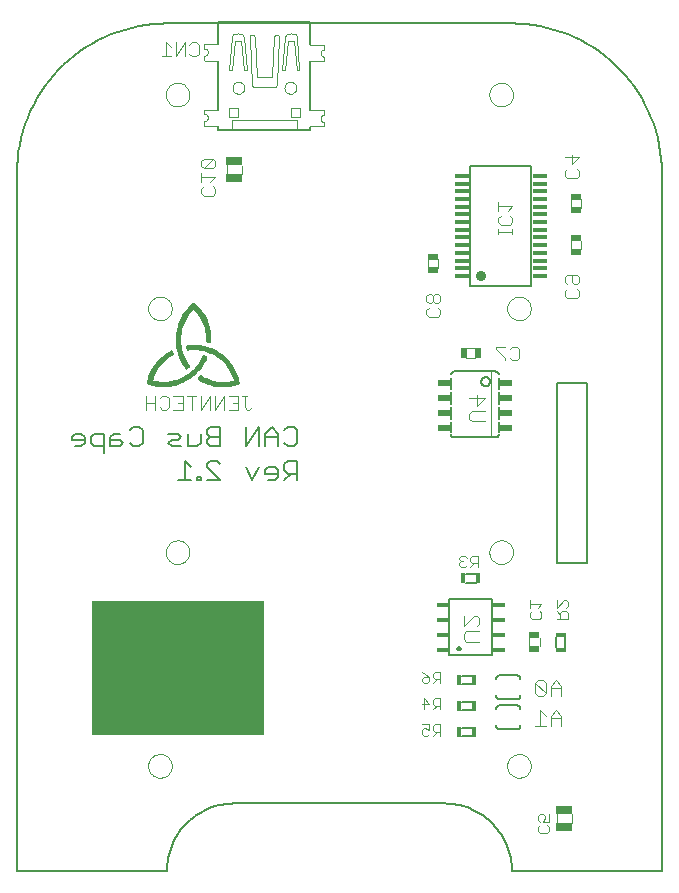
<source format=gbo>
G75*
G70*
%OFA0B0*%
%FSLAX24Y24*%
%IPPOS*%
%LPD*%
%AMOC8*
5,1,8,0,0,1.08239X$1,22.5*
%
%ADD10C,0.0060*%
%ADD11C,0.0040*%
%ADD12C,0.0030*%
%ADD13R,0.5750X0.4500*%
%ADD14C,0.0080*%
%ADD15R,0.0400X0.0140*%
%ADD16R,0.0340X0.0160*%
%ADD17R,0.0160X0.0340*%
%ADD18R,0.0374X0.0197*%
%ADD19R,0.0571X0.0295*%
%ADD20C,0.0020*%
%ADD21C,0.0000*%
%ADD22R,0.0197X0.0374*%
%ADD23R,0.0450X0.0200*%
%ADD24C,0.0050*%
%ADD25C,0.0348*%
%ADD26R,0.0510X0.0140*%
D10*
X007498Y029655D02*
X007925Y029655D01*
X007711Y029655D02*
X007711Y030296D01*
X007925Y030082D01*
X008140Y029762D02*
X008140Y029655D01*
X008247Y029655D01*
X008247Y029762D01*
X008140Y029762D01*
X008465Y029655D02*
X008892Y029655D01*
X008465Y030082D01*
X008465Y030189D01*
X008572Y030296D01*
X008785Y030296D01*
X008892Y030189D01*
X008892Y030780D02*
X008572Y030780D01*
X008465Y030887D01*
X008465Y030994D01*
X008572Y031100D01*
X008892Y031100D01*
X008892Y030780D02*
X008892Y031421D01*
X008572Y031421D01*
X008465Y031314D01*
X008465Y031207D01*
X008572Y031100D01*
X008247Y031207D02*
X008247Y030887D01*
X008140Y030780D01*
X007820Y030780D01*
X007820Y031207D01*
X007603Y031100D02*
X007496Y031207D01*
X007176Y031207D01*
X007282Y030994D02*
X007496Y030994D01*
X007603Y031100D01*
X007603Y030780D02*
X007282Y030780D01*
X007176Y030887D01*
X007282Y030994D01*
X006314Y030887D02*
X006207Y030780D01*
X005993Y030780D01*
X005887Y030887D01*
X005669Y030887D02*
X005562Y030994D01*
X005242Y030994D01*
X005242Y031100D02*
X005242Y030780D01*
X005562Y030780D01*
X005669Y030887D01*
X005562Y031207D02*
X005349Y031207D01*
X005242Y031100D01*
X005025Y031207D02*
X005025Y030566D01*
X005025Y030780D02*
X004704Y030780D01*
X004597Y030887D01*
X004597Y031100D01*
X004704Y031207D01*
X005025Y031207D01*
X004380Y031100D02*
X004273Y031207D01*
X004060Y031207D01*
X003953Y031100D01*
X003953Y030994D01*
X004380Y030994D01*
X004380Y031100D02*
X004380Y030887D01*
X004273Y030780D01*
X004060Y030780D01*
X005887Y031314D02*
X005993Y031421D01*
X006207Y031421D01*
X006314Y031314D01*
X006314Y030887D01*
X009754Y030780D02*
X009754Y031421D01*
X010181Y031421D02*
X009754Y030780D01*
X010181Y030780D02*
X010181Y031421D01*
X010398Y031207D02*
X010398Y030780D01*
X010398Y031100D02*
X010825Y031100D01*
X010825Y031207D02*
X010825Y030780D01*
X011043Y030887D02*
X011150Y030780D01*
X011363Y030780D01*
X011470Y030887D01*
X011470Y031314D01*
X011363Y031421D01*
X011150Y031421D01*
X011043Y031314D01*
X010825Y031207D02*
X010612Y031421D01*
X010398Y031207D01*
X010505Y030082D02*
X010398Y029975D01*
X010398Y029869D01*
X010825Y029869D01*
X010825Y029975D02*
X010719Y030082D01*
X010505Y030082D01*
X010825Y029975D02*
X010825Y029762D01*
X010719Y029655D01*
X010505Y029655D01*
X010181Y030082D02*
X009967Y029655D01*
X009754Y030082D01*
X011043Y029975D02*
X011150Y029869D01*
X011470Y029869D01*
X011256Y029869D02*
X011043Y029655D01*
X011043Y029975D02*
X011043Y030189D01*
X011150Y030296D01*
X011470Y030296D01*
X011470Y029655D01*
X016588Y031256D02*
X016588Y031606D01*
X016588Y031706D02*
X016588Y032106D01*
X016588Y032206D02*
X016588Y032606D01*
X016588Y032706D02*
X016588Y033056D01*
X016588Y033175D02*
X016590Y033192D01*
X016594Y033209D01*
X016601Y033225D01*
X016611Y033239D01*
X016624Y033252D01*
X016638Y033262D01*
X016654Y033269D01*
X016671Y033273D01*
X016688Y033275D01*
X017939Y033275D01*
X018088Y033275D01*
X018105Y033273D01*
X018122Y033269D01*
X018138Y033262D01*
X018152Y033252D01*
X018165Y033239D01*
X018175Y033225D01*
X018182Y033209D01*
X018186Y033192D01*
X018188Y033175D01*
X018188Y033056D02*
X018188Y032706D01*
X018188Y032606D02*
X018188Y032206D01*
X018188Y032106D02*
X018188Y031706D01*
X018188Y031606D02*
X018188Y031256D01*
X018188Y031178D02*
X018186Y031161D01*
X018182Y031144D01*
X018175Y031128D01*
X018165Y031114D01*
X018152Y031101D01*
X018138Y031091D01*
X018122Y031084D01*
X018105Y031080D01*
X018088Y031078D01*
X017939Y031078D01*
X016688Y031078D01*
X016671Y031080D01*
X016654Y031084D01*
X016638Y031091D01*
X016624Y031101D01*
X016611Y031114D01*
X016601Y031128D01*
X016594Y031144D01*
X016590Y031161D01*
X016588Y031178D01*
X017598Y032935D02*
X017600Y032959D01*
X017606Y032983D01*
X017615Y033005D01*
X017628Y033025D01*
X017644Y033043D01*
X017663Y033058D01*
X017684Y033071D01*
X017706Y033079D01*
X017730Y033084D01*
X017754Y033085D01*
X017778Y033082D01*
X017801Y033075D01*
X017823Y033065D01*
X017843Y033051D01*
X017860Y033034D01*
X017875Y033015D01*
X017886Y032994D01*
X017894Y032971D01*
X017898Y032947D01*
X017898Y032923D01*
X017894Y032899D01*
X017886Y032876D01*
X017875Y032855D01*
X017860Y032836D01*
X017843Y032819D01*
X017823Y032805D01*
X017801Y032795D01*
X017778Y032788D01*
X017754Y032785D01*
X017730Y032786D01*
X017706Y032791D01*
X017684Y032799D01*
X017663Y032812D01*
X017644Y032827D01*
X017628Y032845D01*
X017615Y032865D01*
X017606Y032887D01*
X017600Y032911D01*
X017598Y032935D01*
X017420Y026515D02*
X017080Y026515D01*
X017080Y026235D02*
X017420Y026235D01*
X017960Y025680D02*
X017960Y023820D01*
X016540Y023820D01*
X016540Y025680D01*
X017960Y025680D01*
X017295Y023140D02*
X016955Y023140D01*
X016955Y022860D02*
X017295Y022860D01*
X017295Y022265D02*
X016955Y022265D01*
X016955Y021985D02*
X017295Y021985D01*
X017295Y021390D02*
X016955Y021390D01*
X016955Y021110D02*
X017295Y021110D01*
X020110Y024080D02*
X020110Y024420D01*
X020390Y024420D02*
X020390Y024080D01*
D11*
X019545Y024110D02*
X019545Y024390D01*
X019210Y024390D02*
X019210Y024110D01*
X019485Y022980D02*
X019399Y022894D01*
X019746Y022547D01*
X019659Y022460D01*
X019485Y022460D01*
X019399Y022547D01*
X019399Y022894D01*
X019485Y022980D02*
X019659Y022980D01*
X019746Y022894D01*
X019746Y022547D01*
X019914Y022460D02*
X019914Y022807D01*
X020088Y022980D01*
X020261Y022807D01*
X020261Y022460D01*
X020261Y022720D02*
X019914Y022720D01*
X020088Y021980D02*
X019914Y021807D01*
X019914Y021460D01*
X019746Y021460D02*
X019399Y021460D01*
X019572Y021460D02*
X019572Y021980D01*
X019746Y021807D01*
X019914Y021720D02*
X020261Y021720D01*
X020261Y021807D02*
X020088Y021980D01*
X020261Y021807D02*
X020261Y021460D01*
X020115Y018525D02*
X020115Y018225D01*
X020635Y018225D02*
X020635Y018515D01*
X017540Y024270D02*
X017107Y024270D01*
X017020Y024357D01*
X017020Y024530D01*
X017107Y024617D01*
X017540Y024617D01*
X017454Y024786D02*
X017540Y024872D01*
X017540Y025046D01*
X017454Y025133D01*
X017367Y025133D01*
X017020Y024786D01*
X017020Y025133D01*
X017297Y031614D02*
X017210Y031700D01*
X017210Y031874D01*
X017297Y031961D01*
X017730Y031961D01*
X017470Y032129D02*
X017470Y032476D01*
X017210Y032390D02*
X017730Y032390D01*
X017470Y032129D01*
X017297Y031614D02*
X017730Y031614D01*
X017390Y033710D02*
X017110Y033710D01*
X017110Y034045D02*
X017390Y034045D01*
X018088Y034029D02*
X018395Y033722D01*
X018395Y033645D01*
X018548Y033722D02*
X018625Y033645D01*
X018778Y033645D01*
X018855Y033722D01*
X018855Y034029D01*
X018778Y034105D01*
X018625Y034105D01*
X018548Y034029D01*
X018395Y034105D02*
X018088Y034105D01*
X018088Y034029D01*
X016230Y035176D02*
X016154Y035099D01*
X015847Y035099D01*
X015770Y035176D01*
X015770Y035329D01*
X015847Y035406D01*
X015847Y035560D02*
X015923Y035560D01*
X016000Y035636D01*
X016000Y035790D01*
X015923Y035867D01*
X015847Y035867D01*
X015770Y035790D01*
X015770Y035636D01*
X015847Y035560D01*
X016000Y035636D02*
X016077Y035560D01*
X016154Y035560D01*
X016230Y035636D01*
X016230Y035790D01*
X016154Y035867D01*
X016077Y035867D01*
X016000Y035790D01*
X016154Y035406D02*
X016230Y035329D01*
X016230Y035176D01*
X016165Y036735D02*
X016165Y037015D01*
X015830Y037015D02*
X015830Y036735D01*
X018176Y037860D02*
X018176Y038013D01*
X018176Y037936D02*
X018636Y037936D01*
X018636Y037860D02*
X018636Y038013D01*
X018560Y038167D02*
X018253Y038167D01*
X018176Y038243D01*
X018176Y038397D01*
X018253Y038473D01*
X018176Y038627D02*
X018176Y038934D01*
X018176Y038780D02*
X018636Y038780D01*
X018483Y038627D01*
X018560Y038473D02*
X018636Y038397D01*
X018636Y038243D01*
X018560Y038167D01*
X020395Y039801D02*
X020395Y039954D01*
X020472Y040031D01*
X020625Y040185D02*
X020625Y040492D01*
X020395Y040415D02*
X020855Y040415D01*
X020625Y040185D01*
X020779Y040031D02*
X020855Y039954D01*
X020855Y039801D01*
X020779Y039724D01*
X020472Y039724D01*
X020395Y039801D01*
X020580Y039015D02*
X020580Y038735D01*
X020915Y038735D02*
X020915Y039015D01*
X020915Y037640D02*
X020915Y037360D01*
X020580Y037360D02*
X020580Y037640D01*
X020625Y036492D02*
X020625Y036261D01*
X020702Y036185D01*
X020779Y036185D01*
X020855Y036261D01*
X020855Y036415D01*
X020779Y036492D01*
X020472Y036492D01*
X020395Y036415D01*
X020395Y036261D01*
X020472Y036185D01*
X020472Y036031D02*
X020395Y035954D01*
X020395Y035801D01*
X020472Y035724D01*
X020779Y035724D01*
X020855Y035801D01*
X020855Y035954D01*
X020779Y036031D01*
X012363Y041452D02*
X012363Y041590D01*
X012343Y041592D01*
X012323Y041597D01*
X012304Y041606D01*
X012287Y041618D01*
X012273Y041632D01*
X012261Y041649D01*
X012252Y041668D01*
X012247Y041688D01*
X012245Y041708D01*
X012247Y041728D01*
X012252Y041748D01*
X012261Y041767D01*
X012273Y041784D01*
X012287Y041798D01*
X012304Y041810D01*
X012323Y041819D01*
X012343Y041824D01*
X012363Y041826D01*
X012363Y041983D01*
X012355Y041991D02*
X011903Y041991D01*
X011556Y042042D02*
X011556Y041747D01*
X011261Y041747D01*
X011261Y042042D01*
X011556Y042042D01*
X011458Y041649D02*
X011458Y041353D01*
X011458Y041649D02*
X009292Y041649D01*
X009292Y041353D01*
X009194Y041747D02*
X009489Y041747D01*
X009489Y042042D01*
X009194Y042042D01*
X009194Y041747D01*
X008836Y041999D02*
X008383Y041999D01*
X008375Y041995D02*
X008375Y041857D01*
X008395Y041855D01*
X008415Y041850D01*
X008434Y041841D01*
X008451Y041829D01*
X008465Y041815D01*
X008477Y041798D01*
X008486Y041779D01*
X008491Y041759D01*
X008493Y041739D01*
X008491Y041719D01*
X008486Y041699D01*
X008477Y041680D01*
X008465Y041663D01*
X008451Y041649D01*
X008434Y041637D01*
X008415Y041628D01*
X008395Y041623D01*
X008375Y041621D01*
X008375Y041464D01*
X008383Y041456D02*
X008836Y041456D01*
X008654Y040367D02*
X008347Y040367D01*
X008270Y040290D01*
X008270Y040136D01*
X008347Y040060D01*
X008654Y040367D01*
X008730Y040290D01*
X008730Y040136D01*
X008654Y040060D01*
X008347Y040060D01*
X008270Y039906D02*
X008270Y039599D01*
X008270Y039753D02*
X008730Y039753D01*
X008577Y039599D01*
X008654Y039446D02*
X008730Y039369D01*
X008730Y039216D01*
X008654Y039139D01*
X008347Y039139D01*
X008270Y039216D01*
X008270Y039369D01*
X008347Y039446D01*
X009115Y039850D02*
X009115Y040150D01*
X009635Y040140D02*
X009635Y039850D01*
X010048Y042748D02*
X010702Y042748D01*
X010702Y042747D02*
X010720Y042750D01*
X010737Y042757D01*
X010752Y042766D01*
X010765Y042779D01*
X010774Y042794D01*
X010781Y042811D01*
X010784Y042829D01*
X010865Y044424D01*
X010866Y044424D02*
X010864Y044440D01*
X010860Y044455D01*
X010852Y044470D01*
X010842Y044482D01*
X010830Y044492D01*
X010815Y044500D01*
X010800Y044504D01*
X010784Y044506D01*
X010768Y044504D01*
X010753Y044500D01*
X010738Y044492D01*
X010726Y044482D01*
X010716Y044470D01*
X010708Y044455D01*
X010704Y044440D01*
X010702Y044424D01*
X010620Y043075D01*
X010130Y043075D01*
X010048Y044424D01*
X010046Y044440D01*
X010042Y044455D01*
X010034Y044470D01*
X010024Y044482D01*
X010012Y044492D01*
X009997Y044500D01*
X009982Y044504D01*
X009966Y044506D01*
X009950Y044504D01*
X009935Y044500D01*
X009920Y044492D01*
X009908Y044482D01*
X009898Y044470D01*
X009890Y044455D01*
X009886Y044440D01*
X009884Y044424D01*
X009966Y042829D01*
X009969Y042811D01*
X009976Y042794D01*
X009985Y042779D01*
X009998Y042766D01*
X010013Y042757D01*
X010030Y042750D01*
X010048Y042747D01*
X009782Y043340D02*
X009701Y043340D01*
X009598Y044281D01*
X009394Y044281D01*
X009292Y043340D01*
X009210Y043340D01*
X009292Y044424D01*
X009291Y044424D02*
X009295Y044443D01*
X009301Y044462D01*
X009311Y044479D01*
X009323Y044495D01*
X009338Y044508D01*
X009355Y044519D01*
X009373Y044526D01*
X009598Y044526D02*
X009616Y044519D01*
X009633Y044508D01*
X009648Y044495D01*
X009660Y044479D01*
X009670Y044462D01*
X009676Y044443D01*
X009680Y044424D01*
X009782Y043340D01*
X009598Y044525D02*
X009561Y044534D01*
X009524Y044540D01*
X009486Y044542D01*
X009448Y044540D01*
X009411Y044534D01*
X009374Y044525D01*
X008836Y044180D02*
X008383Y044180D01*
X008375Y044176D02*
X008375Y044038D01*
X008395Y044036D01*
X008415Y044031D01*
X008434Y044022D01*
X008451Y044010D01*
X008465Y043996D01*
X008477Y043979D01*
X008486Y043960D01*
X008491Y043940D01*
X008493Y043920D01*
X008491Y043900D01*
X008486Y043880D01*
X008477Y043861D01*
X008465Y043844D01*
X008451Y043830D01*
X008434Y043818D01*
X008415Y043809D01*
X008395Y043804D01*
X008375Y043802D01*
X008375Y043645D01*
X008383Y043637D02*
X008836Y043637D01*
X008183Y043865D02*
X008106Y043789D01*
X007953Y043789D01*
X007876Y043865D01*
X007723Y043789D02*
X007723Y044249D01*
X007416Y043789D01*
X007416Y044249D01*
X007262Y044096D02*
X007109Y044249D01*
X007109Y043789D01*
X007262Y043789D02*
X006955Y043789D01*
X007876Y044172D02*
X007953Y044249D01*
X008106Y044249D01*
X008183Y044172D01*
X008183Y043865D01*
X010968Y043340D02*
X011049Y043340D01*
X011152Y044281D01*
X011356Y044281D01*
X011458Y043340D01*
X011540Y043340D01*
X011458Y044424D01*
X011454Y044443D01*
X011448Y044462D01*
X011438Y044479D01*
X011426Y044495D01*
X011411Y044508D01*
X011394Y044519D01*
X011376Y044526D01*
X011152Y044526D02*
X011134Y044519D01*
X011117Y044508D01*
X011102Y044495D01*
X011090Y044479D01*
X011080Y044462D01*
X011074Y044443D01*
X011070Y044424D01*
X010968Y043340D01*
X011152Y044525D02*
X011189Y044534D01*
X011226Y044540D01*
X011264Y044542D01*
X011302Y044540D01*
X011339Y044534D01*
X011376Y044525D01*
X011903Y044172D02*
X012355Y044172D01*
X012363Y044164D02*
X012363Y044007D01*
X012343Y044005D01*
X012323Y044000D01*
X012304Y043991D01*
X012287Y043979D01*
X012273Y043965D01*
X012261Y043948D01*
X012252Y043929D01*
X012247Y043909D01*
X012245Y043889D01*
X012247Y043869D01*
X012252Y043849D01*
X012261Y043830D01*
X012273Y043813D01*
X012287Y043799D01*
X012304Y043787D01*
X012323Y043778D01*
X012343Y043773D01*
X012363Y043771D01*
X012363Y043633D01*
X012355Y043629D02*
X011903Y043629D01*
X011903Y041448D02*
X012355Y041448D01*
X009794Y032458D02*
X009640Y032458D01*
X009717Y032458D02*
X009717Y032075D01*
X009794Y031998D01*
X009870Y031998D01*
X009947Y032075D01*
X009487Y031998D02*
X009487Y032458D01*
X009180Y032458D01*
X009026Y032458D02*
X008719Y031998D01*
X008719Y032458D01*
X008566Y032458D02*
X008259Y031998D01*
X008259Y032458D01*
X008106Y032458D02*
X007799Y032458D01*
X007952Y032458D02*
X007952Y031998D01*
X007645Y031998D02*
X007645Y032458D01*
X007338Y032458D01*
X007185Y032382D02*
X007185Y032075D01*
X007108Y031998D01*
X006955Y031998D01*
X006878Y032075D01*
X006724Y031998D02*
X006724Y032458D01*
X006878Y032382D02*
X006955Y032458D01*
X007108Y032458D01*
X007185Y032382D01*
X007492Y032228D02*
X007645Y032228D01*
X007645Y031998D02*
X007338Y031998D01*
X006724Y032228D02*
X006417Y032228D01*
X006417Y032458D02*
X006417Y031998D01*
X008566Y031998D02*
X008566Y032458D01*
X009026Y032458D02*
X009026Y031998D01*
X009180Y031998D02*
X009487Y031998D01*
X009487Y032228D02*
X009333Y032228D01*
D12*
X015620Y023260D02*
X015743Y023199D01*
X015867Y023075D01*
X015682Y023075D01*
X015620Y023013D01*
X015620Y022952D01*
X015682Y022890D01*
X015805Y022890D01*
X015867Y022952D01*
X015867Y023075D01*
X015988Y023075D02*
X016050Y023013D01*
X016235Y023013D01*
X016235Y022890D02*
X016235Y023260D01*
X016050Y023260D01*
X015988Y023199D01*
X015988Y023075D01*
X016112Y023013D02*
X015988Y022890D01*
X016050Y022385D02*
X015988Y022324D01*
X015988Y022200D01*
X016050Y022138D01*
X016235Y022138D01*
X016235Y022015D02*
X016235Y022385D01*
X016050Y022385D01*
X016112Y022138D02*
X015988Y022015D01*
X015867Y022200D02*
X015620Y022200D01*
X015682Y022015D02*
X015682Y022385D01*
X015867Y022200D01*
X015867Y021510D02*
X015620Y021510D01*
X015682Y021387D02*
X015620Y021325D01*
X015620Y021202D01*
X015682Y021140D01*
X015805Y021140D01*
X015867Y021202D01*
X015867Y021325D02*
X015743Y021387D01*
X015682Y021387D01*
X015867Y021325D02*
X015867Y021510D01*
X015988Y021449D02*
X015988Y021325D01*
X016050Y021263D01*
X016235Y021263D01*
X016235Y021140D02*
X016235Y021510D01*
X016050Y021510D01*
X015988Y021449D01*
X016112Y021263D02*
X015988Y021140D01*
X016932Y026765D02*
X017055Y026765D01*
X017117Y026827D01*
X017238Y026765D02*
X017362Y026888D01*
X017300Y026888D02*
X017485Y026888D01*
X017485Y026765D02*
X017485Y027135D01*
X017300Y027135D01*
X017238Y027074D01*
X017238Y026950D01*
X017300Y026888D01*
X017117Y027074D02*
X017055Y027135D01*
X016932Y027135D01*
X016870Y027074D01*
X016870Y027012D01*
X016932Y026950D01*
X016870Y026888D01*
X016870Y026827D01*
X016932Y026765D01*
X016932Y026950D02*
X016993Y026950D01*
X019240Y025644D02*
X019240Y025397D01*
X019240Y025520D02*
X019610Y025520D01*
X019487Y025397D01*
X019549Y025275D02*
X019610Y025214D01*
X019610Y025090D01*
X019549Y025028D01*
X019302Y025028D01*
X019240Y025090D01*
X019240Y025214D01*
X019302Y025275D01*
X020115Y025275D02*
X020238Y025152D01*
X020238Y025214D02*
X020238Y025028D01*
X020115Y025028D02*
X020485Y025028D01*
X020485Y025214D01*
X020424Y025275D01*
X020300Y025275D01*
X020238Y025214D01*
X020115Y025397D02*
X020362Y025644D01*
X020424Y025644D01*
X020485Y025582D01*
X020485Y025458D01*
X020424Y025397D01*
X020115Y025397D02*
X020115Y025644D01*
X019860Y018519D02*
X019860Y018272D01*
X019675Y018272D01*
X019737Y018395D01*
X019737Y018457D01*
X019675Y018519D01*
X019552Y018519D01*
X019490Y018457D01*
X019490Y018333D01*
X019552Y018272D01*
X019552Y018150D02*
X019490Y018089D01*
X019490Y017965D01*
X019552Y017903D01*
X019799Y017903D01*
X019860Y017965D01*
X019860Y018089D01*
X019799Y018150D01*
D13*
X007500Y023375D03*
D14*
X016803Y024040D02*
X016805Y024055D01*
X016811Y024068D01*
X016820Y024080D01*
X016831Y024089D01*
X016845Y024095D01*
X016860Y024097D01*
X016875Y024095D01*
X016888Y024089D01*
X016900Y024080D01*
X016909Y024069D01*
X016915Y024055D01*
X016917Y024040D01*
X016915Y024025D01*
X016909Y024012D01*
X016900Y024000D01*
X016889Y023991D01*
X016875Y023985D01*
X016860Y023983D01*
X016845Y023985D01*
X016832Y023991D01*
X016820Y024000D01*
X016811Y024011D01*
X016805Y024025D01*
X016803Y024040D01*
X018185Y023144D02*
X018815Y023144D01*
X018815Y023143D02*
X018831Y023138D01*
X018847Y023130D01*
X018861Y023120D01*
X018873Y023108D01*
X018883Y023093D01*
X018890Y023077D01*
X018894Y023060D01*
X018895Y023043D01*
X018893Y023025D01*
X018893Y022475D02*
X018895Y022457D01*
X018894Y022440D01*
X018890Y022423D01*
X018883Y022407D01*
X018873Y022392D01*
X018861Y022380D01*
X018847Y022370D01*
X018831Y022362D01*
X018815Y022357D01*
X018815Y022356D02*
X018185Y022356D01*
X018185Y022357D02*
X018169Y022362D01*
X018153Y022370D01*
X018139Y022380D01*
X018127Y022392D01*
X018117Y022407D01*
X018110Y022423D01*
X018106Y022440D01*
X018105Y022457D01*
X018107Y022475D01*
X018185Y022144D02*
X018815Y022144D01*
X018815Y022143D02*
X018831Y022138D01*
X018847Y022130D01*
X018861Y022120D01*
X018873Y022108D01*
X018883Y022093D01*
X018890Y022077D01*
X018894Y022060D01*
X018895Y022043D01*
X018893Y022025D01*
X018893Y021475D02*
X018895Y021457D01*
X018894Y021440D01*
X018890Y021423D01*
X018883Y021407D01*
X018873Y021392D01*
X018861Y021380D01*
X018847Y021370D01*
X018831Y021362D01*
X018815Y021357D01*
X018815Y021356D02*
X018185Y021356D01*
X018185Y021357D02*
X018169Y021362D01*
X018153Y021370D01*
X018139Y021380D01*
X018127Y021392D01*
X018117Y021407D01*
X018110Y021423D01*
X018106Y021440D01*
X018105Y021457D01*
X018107Y021475D01*
X018107Y022025D02*
X018105Y022043D01*
X018106Y022060D01*
X018110Y022077D01*
X018117Y022093D01*
X018127Y022108D01*
X018139Y022120D01*
X018153Y022130D01*
X018169Y022138D01*
X018185Y022143D01*
X018107Y023025D02*
X018105Y023043D01*
X018106Y023060D01*
X018110Y023077D01*
X018117Y023093D01*
X018127Y023108D01*
X018139Y023120D01*
X018153Y023130D01*
X018169Y023138D01*
X018185Y023143D01*
X017226Y036117D02*
X019274Y036117D01*
X019274Y040133D01*
X017226Y040133D01*
X017226Y036117D01*
D15*
X016320Y025500D03*
X016320Y025000D03*
X016320Y024500D03*
X016320Y024000D03*
X018180Y024000D03*
X018180Y024500D03*
X018180Y025000D03*
X018180Y025500D03*
D16*
X020250Y024500D03*
X020250Y024000D03*
D17*
X017500Y026375D03*
X017000Y026375D03*
X016875Y023000D03*
X017375Y023000D03*
X017375Y022125D03*
X017375Y021250D03*
X016875Y021250D03*
X016875Y022125D03*
D18*
X019377Y024018D03*
X019377Y024478D03*
X015998Y036647D03*
X015998Y037107D03*
X020748Y037272D03*
X020748Y037732D03*
X020748Y038647D03*
X020748Y039107D03*
D19*
X020375Y018657D03*
X020375Y018087D03*
X009375Y039712D03*
X009375Y040282D03*
D20*
X007992Y035562D02*
X008080Y035453D01*
X008080Y035454D02*
X008024Y035405D01*
X007971Y035353D01*
X007920Y035299D01*
X007873Y035242D01*
X007828Y035182D01*
X007786Y035121D01*
X007748Y035057D01*
X007713Y034991D01*
X007682Y034924D01*
X007654Y034855D01*
X007629Y034785D01*
X007608Y034714D01*
X007591Y034641D01*
X007578Y034568D01*
X007569Y034495D01*
X007563Y034421D01*
X007561Y034346D01*
X007563Y034272D01*
X007569Y034198D01*
X007578Y034124D01*
X007592Y034051D01*
X007609Y033979D01*
X007630Y033908D01*
X007654Y033837D01*
X007682Y033769D01*
X007714Y033701D01*
X007749Y033636D01*
X007787Y033572D01*
X007829Y033511D01*
X007873Y033451D01*
X007765Y033364D01*
X007764Y033363D01*
X007717Y033426D01*
X007672Y033492D01*
X007631Y033559D01*
X007594Y033629D01*
X007560Y033700D01*
X007529Y033773D01*
X007502Y033847D01*
X007479Y033922D01*
X007460Y033999D01*
X007444Y034076D01*
X007433Y034154D01*
X007425Y034233D01*
X007421Y034312D01*
X007422Y034391D01*
X007426Y034470D01*
X007434Y034548D01*
X007446Y034626D01*
X007462Y034704D01*
X007481Y034780D01*
X007505Y034855D01*
X007532Y034929D01*
X007563Y035002D01*
X007598Y035073D01*
X007636Y035142D01*
X007677Y035210D01*
X007722Y035275D01*
X007770Y035337D01*
X007821Y035398D01*
X007875Y035455D01*
X007932Y035510D01*
X007991Y035562D01*
X008002Y035548D01*
X007944Y035497D01*
X007888Y035443D01*
X007834Y035386D01*
X007784Y035326D01*
X007736Y035264D01*
X007692Y035200D01*
X007651Y035133D01*
X007614Y035065D01*
X007580Y034995D01*
X007549Y034923D01*
X007522Y034850D01*
X007499Y034775D01*
X007479Y034699D01*
X007464Y034623D01*
X007452Y034546D01*
X007444Y034468D01*
X007440Y034390D01*
X007439Y034312D01*
X007443Y034234D01*
X007451Y034157D01*
X007462Y034079D01*
X007477Y034003D01*
X007496Y033927D01*
X007519Y033853D01*
X007546Y033779D01*
X007576Y033707D01*
X007610Y033637D01*
X007647Y033568D01*
X007688Y033502D01*
X007731Y033437D01*
X007778Y033375D01*
X007793Y033386D01*
X007746Y033448D01*
X007703Y033511D01*
X007663Y033577D01*
X007626Y033645D01*
X007592Y033715D01*
X007563Y033786D01*
X007536Y033858D01*
X007514Y033932D01*
X007495Y034007D01*
X007480Y034083D01*
X007469Y034159D01*
X007461Y034236D01*
X007457Y034313D01*
X007458Y034390D01*
X007462Y034467D01*
X007470Y034544D01*
X007481Y034620D01*
X007497Y034695D01*
X007516Y034770D01*
X007539Y034844D01*
X007566Y034916D01*
X007596Y034987D01*
X007630Y035056D01*
X007667Y035124D01*
X007707Y035190D01*
X007751Y035253D01*
X007798Y035315D01*
X007848Y035374D01*
X007900Y035430D01*
X007956Y035483D01*
X008014Y035534D01*
X008025Y035520D01*
X007968Y035470D01*
X007913Y035417D01*
X007861Y035361D01*
X007812Y035303D01*
X007766Y035243D01*
X007722Y035180D01*
X007682Y035115D01*
X007646Y035048D01*
X007612Y034980D01*
X007582Y034909D01*
X007556Y034838D01*
X007533Y034765D01*
X007514Y034691D01*
X007499Y034617D01*
X007487Y034541D01*
X007480Y034465D01*
X007476Y034389D01*
X007475Y034313D01*
X007479Y034237D01*
X007486Y034161D01*
X007498Y034086D01*
X007512Y034011D01*
X007531Y033937D01*
X007553Y033864D01*
X007579Y033792D01*
X007609Y033722D01*
X007642Y033653D01*
X007678Y033586D01*
X007718Y033521D01*
X007761Y033458D01*
X007807Y033397D01*
X007821Y033409D01*
X007775Y033469D01*
X007733Y033531D01*
X007694Y033595D01*
X007658Y033662D01*
X007625Y033730D01*
X007596Y033799D01*
X007570Y033870D01*
X007548Y033942D01*
X007530Y034015D01*
X007515Y034089D01*
X007504Y034163D01*
X007497Y034238D01*
X007493Y034314D01*
X007494Y034389D01*
X007498Y034464D01*
X007505Y034539D01*
X007517Y034613D01*
X007532Y034687D01*
X007551Y034760D01*
X007573Y034832D01*
X007599Y034903D01*
X007629Y034972D01*
X007662Y035040D01*
X007698Y035106D01*
X007737Y035170D01*
X007780Y035232D01*
X007826Y035292D01*
X007874Y035349D01*
X007926Y035404D01*
X007980Y035457D01*
X008037Y035506D01*
X008048Y035492D01*
X007992Y035443D01*
X007939Y035392D01*
X007888Y035337D01*
X007840Y035281D01*
X007795Y035221D01*
X007752Y035160D01*
X007713Y035097D01*
X007678Y035032D01*
X007645Y034965D01*
X007616Y034896D01*
X007590Y034826D01*
X007568Y034755D01*
X007549Y034683D01*
X007534Y034610D01*
X007523Y034537D01*
X007515Y034463D01*
X007512Y034388D01*
X007511Y034314D01*
X007515Y034240D01*
X007522Y034166D01*
X007533Y034092D01*
X007548Y034019D01*
X007566Y033947D01*
X007588Y033876D01*
X007613Y033806D01*
X007642Y033737D01*
X007674Y033670D01*
X007709Y033604D01*
X007748Y033541D01*
X007790Y033479D01*
X007835Y033420D01*
X007849Y033431D01*
X007803Y033492D01*
X007760Y033555D01*
X007721Y033620D01*
X007685Y033687D01*
X007653Y033756D01*
X007624Y033826D01*
X007599Y033898D01*
X007578Y033971D01*
X007560Y034045D01*
X007547Y034119D01*
X007537Y034195D01*
X007531Y034270D01*
X007529Y034346D01*
X007531Y034422D01*
X007537Y034498D01*
X007546Y034573D01*
X007560Y034648D01*
X007578Y034722D01*
X007599Y034795D01*
X007624Y034867D01*
X007652Y034937D01*
X007685Y035006D01*
X007720Y035073D01*
X007760Y035138D01*
X007802Y035201D01*
X007848Y035262D01*
X007896Y035320D01*
X007948Y035376D01*
X008002Y035429D01*
X008060Y035479D01*
X008071Y035465D01*
X008015Y035415D01*
X007961Y035363D01*
X007910Y035308D01*
X007862Y035250D01*
X007817Y035190D01*
X007775Y035128D01*
X007736Y035064D01*
X007701Y034998D01*
X007669Y034930D01*
X007641Y034860D01*
X007616Y034789D01*
X007595Y034717D01*
X007578Y034644D01*
X007564Y034570D01*
X007555Y034496D01*
X007549Y034421D01*
X007547Y034346D01*
X007549Y034271D01*
X007555Y034196D01*
X007565Y034122D01*
X007578Y034048D01*
X007595Y033975D01*
X007616Y033903D01*
X007641Y033832D01*
X007669Y033763D01*
X007701Y033695D01*
X007737Y033629D01*
X007775Y033565D01*
X007817Y033502D01*
X007863Y033442D01*
X007261Y033975D02*
X007323Y033849D01*
X007323Y033850D02*
X007261Y033816D01*
X007200Y033780D01*
X007142Y033741D01*
X007086Y033698D01*
X007032Y033653D01*
X006980Y033605D01*
X006931Y033554D01*
X006885Y033501D01*
X006841Y033446D01*
X006801Y033389D01*
X006763Y033329D01*
X006729Y033268D01*
X006697Y033205D01*
X006669Y033140D01*
X006645Y033074D01*
X006623Y033007D01*
X006606Y032939D01*
X006591Y032870D01*
X006454Y032893D01*
X006453Y032894D01*
X006468Y032966D01*
X006486Y033037D01*
X006508Y033108D01*
X006533Y033177D01*
X006562Y033245D01*
X006593Y033311D01*
X006628Y033376D01*
X006666Y033439D01*
X006708Y033500D01*
X006752Y033559D01*
X006798Y033616D01*
X006848Y033670D01*
X006900Y033722D01*
X006955Y033772D01*
X007012Y033818D01*
X007071Y033862D01*
X007132Y033903D01*
X007196Y033940D01*
X007261Y033975D01*
X007269Y033959D01*
X007204Y033925D01*
X007142Y033887D01*
X007081Y033847D01*
X007023Y033804D01*
X006967Y033758D01*
X006913Y033709D01*
X006861Y033658D01*
X006812Y033604D01*
X006766Y033548D01*
X006722Y033490D01*
X006682Y033429D01*
X006644Y033367D01*
X006609Y033303D01*
X006578Y033237D01*
X006550Y033170D01*
X006525Y033102D01*
X006504Y033033D01*
X006486Y032962D01*
X006471Y032891D01*
X006489Y032888D01*
X006504Y032962D01*
X006523Y033035D01*
X006546Y033108D01*
X006573Y033179D01*
X006603Y033248D01*
X006637Y033316D01*
X006674Y033382D01*
X006714Y033446D01*
X006758Y033508D01*
X006805Y033568D01*
X006855Y033625D01*
X006908Y033679D01*
X006963Y033731D01*
X007021Y033780D01*
X007082Y033825D01*
X007145Y033868D01*
X007210Y033907D01*
X007277Y033943D01*
X007285Y033927D01*
X007219Y033891D01*
X007154Y033853D01*
X007092Y033811D01*
X007033Y033766D01*
X006975Y033718D01*
X006920Y033667D01*
X006868Y033613D01*
X006819Y033556D01*
X006772Y033498D01*
X006729Y033436D01*
X006689Y033373D01*
X006652Y033308D01*
X006619Y033241D01*
X006589Y033172D01*
X006563Y033102D01*
X006541Y033031D01*
X006522Y032958D01*
X006507Y032885D01*
X006524Y032882D01*
X006539Y032954D01*
X006558Y033026D01*
X006580Y033096D01*
X006606Y033165D01*
X006636Y033233D01*
X006668Y033300D01*
X006705Y033364D01*
X006744Y033426D01*
X006787Y033487D01*
X006833Y033545D01*
X006881Y033601D01*
X006933Y033654D01*
X006987Y033704D01*
X007044Y033752D01*
X007103Y033796D01*
X007164Y033837D01*
X007227Y033876D01*
X007293Y033911D01*
X007301Y033894D01*
X007236Y033860D01*
X007174Y033822D01*
X007113Y033781D01*
X007055Y033737D01*
X006999Y033691D01*
X006945Y033641D01*
X006895Y033588D01*
X006846Y033533D01*
X006801Y033476D01*
X006759Y033416D01*
X006720Y033355D01*
X006684Y033291D01*
X006652Y033226D01*
X006623Y033159D01*
X006597Y033090D01*
X006575Y033021D01*
X006557Y032950D01*
X006542Y032879D01*
X006560Y032876D01*
X006574Y032946D01*
X006593Y033016D01*
X006614Y033085D01*
X006640Y033152D01*
X006668Y033218D01*
X006700Y033283D01*
X006736Y033346D01*
X006774Y033406D01*
X006816Y033465D01*
X006860Y033522D01*
X006908Y033576D01*
X006958Y033628D01*
X007011Y033677D01*
X007066Y033723D01*
X007124Y033767D01*
X007183Y033807D01*
X007245Y033844D01*
X007308Y033878D01*
X007316Y033862D01*
X007254Y033829D01*
X007193Y033792D01*
X007134Y033752D01*
X007077Y033709D01*
X007023Y033663D01*
X006971Y033615D01*
X006921Y033564D01*
X006874Y033510D01*
X006830Y033455D01*
X006789Y033396D01*
X006751Y033336D01*
X006716Y033274D01*
X006685Y033211D01*
X006656Y033145D01*
X006631Y033079D01*
X006610Y033011D01*
X006592Y032942D01*
X006578Y032872D01*
X006466Y032882D02*
X006516Y033013D01*
X006515Y033012D02*
X006584Y032989D01*
X006654Y032969D01*
X006725Y032953D01*
X006797Y032941D01*
X006869Y032932D01*
X006942Y032927D01*
X007015Y032926D01*
X007088Y032929D01*
X007160Y032935D01*
X007232Y032945D01*
X007304Y032959D01*
X007374Y032977D01*
X007444Y032998D01*
X007513Y033023D01*
X007580Y033051D01*
X007645Y033083D01*
X007709Y033118D01*
X007771Y033156D01*
X007831Y033198D01*
X007888Y033243D01*
X007944Y033290D01*
X007996Y033340D01*
X008046Y033393D01*
X008093Y033449D01*
X008138Y033507D01*
X008179Y033567D01*
X008217Y033629D01*
X008252Y033693D01*
X008283Y033758D01*
X008311Y033826D01*
X008441Y033777D01*
X008442Y033776D01*
X008412Y033705D01*
X008379Y033635D01*
X008342Y033566D01*
X008302Y033500D01*
X008259Y033435D01*
X008212Y033373D01*
X008163Y033314D01*
X008110Y033257D01*
X008055Y033202D01*
X007997Y033151D01*
X007937Y033102D01*
X007874Y033057D01*
X007809Y033015D01*
X007742Y032976D01*
X007673Y032940D01*
X007602Y032908D01*
X007530Y032880D01*
X007456Y032855D01*
X007382Y032834D01*
X007306Y032817D01*
X007230Y032803D01*
X007153Y032794D01*
X007075Y032788D01*
X006998Y032786D01*
X006920Y032788D01*
X006843Y032794D01*
X006766Y032804D01*
X006689Y032818D01*
X006614Y032835D01*
X006539Y032856D01*
X006466Y032881D01*
X006472Y032898D01*
X006545Y032873D01*
X006619Y032852D01*
X006693Y032835D01*
X006769Y032822D01*
X006845Y032812D01*
X006921Y032806D01*
X006998Y032804D01*
X007074Y032806D01*
X007151Y032811D01*
X007227Y032821D01*
X007302Y032834D01*
X007377Y032851D01*
X007451Y032872D01*
X007524Y032897D01*
X007595Y032925D01*
X007665Y032956D01*
X007733Y032991D01*
X007799Y033030D01*
X007863Y033072D01*
X007926Y033117D01*
X007985Y033164D01*
X008043Y033215D01*
X008097Y033269D01*
X008149Y033326D01*
X008198Y033385D01*
X008244Y033446D01*
X008287Y033509D01*
X008327Y033575D01*
X008363Y033643D01*
X008396Y033712D01*
X008425Y033783D01*
X008408Y033789D01*
X008379Y033719D01*
X008347Y033651D01*
X008311Y033584D01*
X008272Y033519D01*
X008230Y033456D01*
X008184Y033396D01*
X008136Y033337D01*
X008084Y033282D01*
X008030Y033229D01*
X007974Y033178D01*
X007915Y033131D01*
X007853Y033086D01*
X007790Y033045D01*
X007724Y033007D01*
X007657Y032972D01*
X007588Y032941D01*
X007517Y032913D01*
X007446Y032889D01*
X007373Y032869D01*
X007299Y032852D01*
X007224Y032839D01*
X007149Y032829D01*
X007074Y032824D01*
X006998Y032822D01*
X006922Y032824D01*
X006847Y032830D01*
X006771Y032839D01*
X006697Y032853D01*
X006623Y032870D01*
X006550Y032891D01*
X006479Y032915D01*
X006485Y032932D01*
X006556Y032908D01*
X006628Y032887D01*
X006701Y032870D01*
X006774Y032857D01*
X006849Y032848D01*
X006923Y032842D01*
X006998Y032840D01*
X007073Y032842D01*
X007147Y032847D01*
X007222Y032857D01*
X007295Y032870D01*
X007368Y032886D01*
X007440Y032907D01*
X007511Y032930D01*
X007581Y032958D01*
X007649Y032989D01*
X007716Y033023D01*
X007780Y033060D01*
X007843Y033101D01*
X007904Y033145D01*
X007962Y033192D01*
X008018Y033242D01*
X008071Y033294D01*
X008122Y033349D01*
X008170Y033407D01*
X008215Y033467D01*
X008257Y033529D01*
X008295Y033593D01*
X008331Y033659D01*
X008363Y033726D01*
X008391Y033795D01*
X008375Y033802D01*
X008345Y033731D01*
X008312Y033662D01*
X008276Y033595D01*
X008236Y033530D01*
X008193Y033467D01*
X008147Y033406D01*
X008097Y033348D01*
X008045Y033293D01*
X007989Y033240D01*
X007931Y033190D01*
X007871Y033143D01*
X007808Y033100D01*
X007743Y033059D01*
X007676Y033023D01*
X007608Y032989D01*
X007537Y032960D01*
X007466Y032934D01*
X007392Y032911D01*
X007318Y032893D01*
X007243Y032878D01*
X007168Y032868D01*
X007092Y032861D01*
X007015Y032858D01*
X006939Y032859D01*
X006863Y032864D01*
X006787Y032874D01*
X006712Y032887D01*
X006637Y032903D01*
X006564Y032924D01*
X006491Y032949D01*
X006498Y032966D01*
X006569Y032941D01*
X006642Y032921D01*
X006715Y032904D01*
X006790Y032891D01*
X006864Y032882D01*
X006940Y032877D01*
X007015Y032876D01*
X007091Y032879D01*
X007166Y032885D01*
X007240Y032896D01*
X007314Y032910D01*
X007388Y032929D01*
X007460Y032951D01*
X007531Y032976D01*
X007600Y033006D01*
X007668Y033039D01*
X007734Y033075D01*
X007798Y033115D01*
X007860Y033158D01*
X007920Y033204D01*
X007977Y033253D01*
X008032Y033305D01*
X008084Y033360D01*
X008132Y033417D01*
X008178Y033477D01*
X008221Y033540D01*
X008260Y033604D01*
X008296Y033670D01*
X008329Y033738D01*
X008358Y033808D01*
X008341Y033814D01*
X008312Y033746D01*
X008280Y033678D01*
X008245Y033613D01*
X008206Y033549D01*
X008164Y033488D01*
X008118Y033429D01*
X008070Y033372D01*
X008019Y033318D01*
X007965Y033266D01*
X007909Y033218D01*
X007850Y033172D01*
X007789Y033130D01*
X007725Y033090D01*
X007660Y033055D01*
X007593Y033022D01*
X007524Y032993D01*
X007454Y032968D01*
X007383Y032946D01*
X007311Y032928D01*
X007237Y032914D01*
X007164Y032903D01*
X007090Y032897D01*
X007015Y032894D01*
X006941Y032895D01*
X006866Y032900D01*
X006792Y032909D01*
X006719Y032922D01*
X006646Y032938D01*
X006574Y032958D01*
X006504Y032982D01*
X006510Y032999D01*
X006580Y032976D01*
X006651Y032956D01*
X006722Y032939D01*
X006795Y032927D01*
X006868Y032918D01*
X006941Y032913D01*
X007015Y032912D01*
X007088Y032915D01*
X007162Y032921D01*
X007235Y032932D01*
X007307Y032946D01*
X007378Y032963D01*
X007449Y032985D01*
X007518Y033010D01*
X007585Y033038D01*
X007652Y033070D01*
X007716Y033106D01*
X007779Y033145D01*
X007839Y033187D01*
X007897Y033232D01*
X007953Y033280D01*
X008006Y033330D01*
X008057Y033384D01*
X008104Y033440D01*
X008149Y033498D01*
X008191Y033559D01*
X008229Y033622D01*
X008264Y033686D01*
X008296Y033753D01*
X008324Y033821D01*
X008146Y033031D02*
X008224Y033147D01*
X008223Y033147D02*
X008284Y033109D01*
X008348Y033074D01*
X008413Y033043D01*
X008479Y033015D01*
X008547Y032991D01*
X008617Y032970D01*
X008687Y032953D01*
X008758Y032939D01*
X008829Y032930D01*
X008901Y032924D01*
X008974Y032922D01*
X009046Y032924D01*
X009118Y032929D01*
X009189Y032939D01*
X009260Y032952D01*
X009331Y032969D01*
X009400Y032989D01*
X009468Y033013D01*
X009518Y032883D01*
X009519Y032883D01*
X009448Y032857D01*
X009376Y032836D01*
X009302Y032818D01*
X009228Y032803D01*
X009153Y032792D01*
X009078Y032785D01*
X009003Y032782D01*
X008927Y032783D01*
X008852Y032787D01*
X008777Y032795D01*
X008702Y032807D01*
X008628Y032822D01*
X008555Y032842D01*
X008483Y032864D01*
X008413Y032891D01*
X008343Y032920D01*
X008276Y032954D01*
X008210Y032990D01*
X008145Y033030D01*
X008155Y033045D01*
X008219Y033006D01*
X008284Y032970D01*
X008351Y032937D01*
X008420Y032907D01*
X008489Y032881D01*
X008561Y032859D01*
X008633Y032840D01*
X008706Y032825D01*
X008779Y032813D01*
X008853Y032805D01*
X008928Y032801D01*
X009002Y032800D01*
X009077Y032803D01*
X009151Y032810D01*
X009225Y032821D01*
X009298Y032835D01*
X009371Y032853D01*
X009442Y032874D01*
X009512Y032899D01*
X009506Y032916D01*
X009436Y032892D01*
X009366Y032870D01*
X009294Y032853D01*
X009222Y032839D01*
X009149Y032828D01*
X009076Y032821D01*
X009002Y032818D01*
X008928Y032819D01*
X008855Y032823D01*
X008782Y032831D01*
X008709Y032842D01*
X008637Y032857D01*
X008566Y032876D01*
X008495Y032898D01*
X008426Y032924D01*
X008359Y032953D01*
X008292Y032986D01*
X008228Y033021D01*
X008165Y033060D01*
X008175Y033075D01*
X008237Y033037D01*
X008301Y033001D01*
X008366Y032969D01*
X008433Y032941D01*
X008501Y032915D01*
X008571Y032893D01*
X008641Y032875D01*
X008712Y032860D01*
X008784Y032849D01*
X008856Y032841D01*
X008929Y032837D01*
X009002Y032836D01*
X009074Y032839D01*
X009147Y032846D01*
X009219Y032856D01*
X009290Y032870D01*
X009361Y032888D01*
X009431Y032909D01*
X009499Y032933D01*
X009493Y032950D01*
X009425Y032926D01*
X009356Y032905D01*
X009286Y032888D01*
X009216Y032874D01*
X009145Y032864D01*
X009073Y032857D01*
X009001Y032854D01*
X008930Y032855D01*
X008858Y032859D01*
X008786Y032867D01*
X008715Y032878D01*
X008645Y032892D01*
X008576Y032911D01*
X008507Y032932D01*
X008440Y032957D01*
X008374Y032986D01*
X008309Y033017D01*
X008246Y033052D01*
X008185Y033090D01*
X008195Y033105D01*
X008259Y033066D01*
X008325Y033030D01*
X008392Y032997D01*
X008461Y032968D01*
X008532Y032943D01*
X008603Y032922D01*
X008676Y032904D01*
X008750Y032890D01*
X008824Y032880D01*
X008899Y032874D01*
X008973Y032872D01*
X009048Y032874D01*
X009123Y032880D01*
X009197Y032889D01*
X009271Y032903D01*
X009344Y032920D01*
X009416Y032942D01*
X009486Y032967D01*
X009480Y032983D01*
X009410Y032959D01*
X009339Y032938D01*
X009267Y032920D01*
X009194Y032907D01*
X009121Y032898D01*
X009047Y032892D01*
X008973Y032890D01*
X008900Y032892D01*
X008826Y032898D01*
X008753Y032908D01*
X008680Y032922D01*
X008608Y032939D01*
X008537Y032960D01*
X008468Y032985D01*
X008400Y033014D01*
X008333Y033046D01*
X008268Y033081D01*
X008205Y033120D01*
X008215Y033135D01*
X008277Y033097D01*
X008341Y033062D01*
X008407Y033030D01*
X008474Y033002D01*
X008543Y032977D01*
X008613Y032956D01*
X008684Y032939D01*
X008756Y032926D01*
X008828Y032916D01*
X008901Y032910D01*
X008974Y032908D01*
X009046Y032910D01*
X009119Y032915D01*
X009192Y032925D01*
X009263Y032938D01*
X009334Y032955D01*
X009404Y032976D01*
X009473Y033000D01*
X009521Y032899D02*
X009383Y032875D01*
X009383Y032876D02*
X009369Y032946D01*
X009350Y033016D01*
X009328Y033085D01*
X009303Y033152D01*
X009274Y033218D01*
X009242Y033283D01*
X009206Y033346D01*
X009168Y033407D01*
X009126Y033465D01*
X009081Y033522D01*
X009033Y033576D01*
X008983Y033628D01*
X008929Y033676D01*
X008874Y033722D01*
X008816Y033766D01*
X008756Y033806D01*
X008694Y033842D01*
X008630Y033876D01*
X008564Y033906D01*
X008497Y033933D01*
X008429Y033956D01*
X008360Y033976D01*
X008289Y033992D01*
X008218Y034004D01*
X008147Y034013D01*
X008075Y034018D01*
X008002Y034019D01*
X007930Y034016D01*
X007858Y034010D01*
X007787Y034000D01*
X007763Y034137D01*
X007763Y034138D01*
X007839Y034149D01*
X007916Y034156D01*
X007993Y034159D01*
X008070Y034158D01*
X008146Y034153D01*
X008223Y034145D01*
X008299Y034133D01*
X008374Y034117D01*
X008448Y034097D01*
X008522Y034073D01*
X008593Y034046D01*
X008664Y034015D01*
X008733Y033981D01*
X008800Y033943D01*
X008865Y033902D01*
X008928Y033857D01*
X008988Y033810D01*
X009046Y033760D01*
X009102Y033706D01*
X009155Y033650D01*
X009205Y033592D01*
X009252Y033531D01*
X009295Y033467D01*
X009336Y033402D01*
X009373Y033335D01*
X009407Y033266D01*
X009437Y033195D01*
X009463Y033123D01*
X009486Y033049D01*
X009506Y032975D01*
X009521Y032899D01*
X009503Y032896D01*
X009488Y032971D01*
X009469Y033044D01*
X009446Y033117D01*
X009420Y033188D01*
X009390Y033258D01*
X009357Y033326D01*
X009320Y033393D01*
X009280Y033458D01*
X009237Y033520D01*
X009191Y033580D01*
X009141Y033638D01*
X009089Y033694D01*
X009034Y033746D01*
X008977Y033796D01*
X008917Y033843D01*
X008855Y033887D01*
X008791Y033927D01*
X008724Y033965D01*
X008656Y033999D01*
X008587Y034029D01*
X008516Y034056D01*
X008443Y034079D01*
X008370Y034099D01*
X008295Y034115D01*
X008220Y034127D01*
X008145Y034135D01*
X008069Y034140D01*
X007993Y034141D01*
X007917Y034138D01*
X007841Y034131D01*
X007766Y034120D01*
X007769Y034102D01*
X007843Y034113D01*
X007918Y034120D01*
X007993Y034123D01*
X008068Y034122D01*
X008143Y034118D01*
X008218Y034109D01*
X008292Y034097D01*
X008366Y034081D01*
X008438Y034062D01*
X008510Y034039D01*
X008580Y034012D01*
X008649Y033982D01*
X008716Y033949D01*
X008781Y033912D01*
X008845Y033872D01*
X008906Y033829D01*
X008965Y033782D01*
X009022Y033733D01*
X009076Y033681D01*
X009128Y033626D01*
X009177Y033569D01*
X009222Y033510D01*
X009265Y033448D01*
X009305Y033384D01*
X009341Y033318D01*
X009374Y033251D01*
X009403Y033182D01*
X009429Y033111D01*
X009452Y033039D01*
X009471Y032967D01*
X009486Y032893D01*
X009468Y032890D01*
X009453Y032963D01*
X009434Y033035D01*
X009412Y033105D01*
X009387Y033175D01*
X009357Y033243D01*
X009325Y033310D01*
X009289Y033375D01*
X009250Y033438D01*
X009208Y033499D01*
X009163Y033558D01*
X009114Y033614D01*
X009064Y033668D01*
X009010Y033720D01*
X008954Y033768D01*
X008896Y033814D01*
X008835Y033857D01*
X008772Y033896D01*
X008708Y033933D01*
X008641Y033966D01*
X008573Y033996D01*
X008504Y034022D01*
X008433Y034045D01*
X008361Y034064D01*
X008289Y034080D01*
X008216Y034091D01*
X008142Y034100D01*
X008068Y034104D01*
X007994Y034105D01*
X007920Y034102D01*
X007846Y034095D01*
X007772Y034085D01*
X007775Y034067D01*
X007850Y034078D01*
X007926Y034084D01*
X008001Y034087D01*
X008077Y034086D01*
X008153Y034081D01*
X008228Y034072D01*
X008302Y034059D01*
X008376Y034042D01*
X008449Y034021D01*
X008521Y033997D01*
X008591Y033969D01*
X008660Y033937D01*
X008727Y033902D01*
X008792Y033863D01*
X008855Y033821D01*
X008916Y033776D01*
X008974Y033728D01*
X009030Y033676D01*
X009083Y033622D01*
X009133Y033565D01*
X009180Y033506D01*
X009224Y033444D01*
X009265Y033381D01*
X009302Y033315D01*
X009336Y033247D01*
X009366Y033178D01*
X009393Y033107D01*
X009416Y033035D01*
X009435Y032961D01*
X009450Y032887D01*
X009432Y032884D01*
X009417Y032957D01*
X009398Y033030D01*
X009376Y033101D01*
X009349Y033171D01*
X009320Y033239D01*
X009286Y033306D01*
X009249Y033371D01*
X009209Y033434D01*
X009166Y033495D01*
X009119Y033554D01*
X009070Y033610D01*
X009017Y033663D01*
X008962Y033714D01*
X008905Y033762D01*
X008845Y033806D01*
X008783Y033848D01*
X008718Y033886D01*
X008652Y033921D01*
X008584Y033952D01*
X008515Y033980D01*
X008444Y034004D01*
X008372Y034024D01*
X008299Y034041D01*
X008225Y034054D01*
X008151Y034063D01*
X008076Y034068D01*
X008002Y034069D01*
X007927Y034066D01*
X007852Y034060D01*
X007778Y034049D01*
X007781Y034032D01*
X007855Y034042D01*
X007928Y034048D01*
X008002Y034051D01*
X008076Y034050D01*
X008149Y034045D01*
X008223Y034036D01*
X008295Y034023D01*
X008367Y034007D01*
X008439Y033987D01*
X008508Y033963D01*
X008577Y033936D01*
X008644Y033905D01*
X008709Y033870D01*
X008773Y033833D01*
X008834Y033792D01*
X008894Y033748D01*
X008950Y033700D01*
X009005Y033651D01*
X009057Y033598D01*
X009105Y033542D01*
X009151Y033485D01*
X009194Y033424D01*
X009234Y033362D01*
X009270Y033298D01*
X009303Y033232D01*
X009333Y033164D01*
X009359Y033095D01*
X009381Y033025D01*
X009400Y032953D01*
X009415Y032881D01*
X009397Y032878D01*
X009382Y032949D01*
X009364Y033020D01*
X009342Y033089D01*
X009316Y033158D01*
X009287Y033224D01*
X009254Y033290D01*
X009218Y033353D01*
X009179Y033414D01*
X009137Y033474D01*
X009092Y033531D01*
X009043Y033586D01*
X008992Y033638D01*
X008939Y033687D01*
X008882Y033733D01*
X008824Y033777D01*
X008763Y033817D01*
X008701Y033855D01*
X008636Y033889D01*
X008570Y033919D01*
X008502Y033946D01*
X008433Y033970D01*
X008363Y033989D01*
X008292Y034006D01*
X008220Y034018D01*
X008148Y034027D01*
X008075Y034032D01*
X008002Y034033D01*
X007929Y034030D01*
X007857Y034024D01*
X007785Y034014D01*
X008561Y034263D02*
X008422Y034277D01*
X008427Y034346D01*
X008428Y034416D01*
X008425Y034486D01*
X008419Y034555D01*
X008409Y034624D01*
X008395Y034693D01*
X008378Y034760D01*
X008357Y034827D01*
X008333Y034893D01*
X008306Y034957D01*
X008275Y035019D01*
X008241Y035080D01*
X008204Y035139D01*
X008164Y035196D01*
X008120Y035251D01*
X008074Y035304D01*
X008026Y035354D01*
X007974Y035401D01*
X007921Y035446D01*
X008006Y035556D01*
X008007Y035556D01*
X008063Y035509D01*
X008117Y035460D01*
X008169Y035408D01*
X008218Y035353D01*
X008264Y035296D01*
X008307Y035236D01*
X008347Y035175D01*
X008384Y035112D01*
X008418Y035047D01*
X008449Y034980D01*
X008476Y034912D01*
X008500Y034842D01*
X008520Y034772D01*
X008537Y034701D01*
X008550Y034628D01*
X008560Y034556D01*
X008566Y034483D01*
X008568Y034409D01*
X008567Y034336D01*
X008562Y034263D01*
X008544Y034264D01*
X008549Y034337D01*
X008550Y034409D01*
X008548Y034482D01*
X008542Y034554D01*
X008532Y034626D01*
X008519Y034697D01*
X008503Y034767D01*
X008483Y034837D01*
X008459Y034906D01*
X008432Y034973D01*
X008402Y035039D01*
X008368Y035103D01*
X008332Y035166D01*
X008292Y035226D01*
X008250Y035285D01*
X008204Y035341D01*
X008156Y035395D01*
X008105Y035447D01*
X008052Y035496D01*
X007996Y035542D01*
X007985Y035528D01*
X008040Y035482D01*
X008092Y035434D01*
X008143Y035383D01*
X008190Y035329D01*
X008235Y035274D01*
X008277Y035216D01*
X008317Y035156D01*
X008353Y035094D01*
X008386Y035031D01*
X008416Y034966D01*
X008442Y034899D01*
X008465Y034832D01*
X008485Y034763D01*
X008502Y034693D01*
X008514Y034623D01*
X008524Y034552D01*
X008530Y034481D01*
X008532Y034409D01*
X008531Y034338D01*
X008526Y034266D01*
X008508Y034268D01*
X008513Y034342D01*
X008514Y034417D01*
X008511Y034491D01*
X008504Y034565D01*
X008494Y034639D01*
X008479Y034711D01*
X008461Y034784D01*
X008439Y034855D01*
X008413Y034924D01*
X008384Y034993D01*
X008351Y035059D01*
X008315Y035124D01*
X008275Y035187D01*
X008232Y035248D01*
X008186Y035306D01*
X008137Y035362D01*
X008085Y035416D01*
X008031Y035466D01*
X007974Y035514D01*
X007963Y035499D01*
X008019Y035453D01*
X008073Y035403D01*
X008124Y035350D01*
X008172Y035295D01*
X008218Y035237D01*
X008260Y035177D01*
X008299Y035115D01*
X008335Y035051D01*
X008368Y034985D01*
X008397Y034918D01*
X008422Y034849D01*
X008444Y034779D01*
X008462Y034708D01*
X008476Y034636D01*
X008486Y034563D01*
X008493Y034490D01*
X008496Y034416D01*
X008495Y034343D01*
X008490Y034270D01*
X008472Y034272D01*
X008477Y034344D01*
X008478Y034416D01*
X008475Y034489D01*
X008469Y034561D01*
X008458Y034633D01*
X008444Y034704D01*
X008426Y034774D01*
X008405Y034843D01*
X008380Y034911D01*
X008351Y034978D01*
X008319Y035043D01*
X008284Y035106D01*
X008245Y035167D01*
X008203Y035226D01*
X008159Y035283D01*
X008111Y035338D01*
X008060Y035390D01*
X008007Y035439D01*
X007952Y035485D01*
X007941Y035471D01*
X007995Y035425D01*
X008048Y035377D01*
X008098Y035326D01*
X008145Y035272D01*
X008189Y035216D01*
X008230Y035157D01*
X008268Y035097D01*
X008303Y035034D01*
X008335Y034970D01*
X008363Y034904D01*
X008388Y034837D01*
X008409Y034769D01*
X008426Y034700D01*
X008440Y034630D01*
X008451Y034559D01*
X008457Y034488D01*
X008460Y034416D01*
X008459Y034345D01*
X008454Y034273D01*
X008436Y034275D01*
X008441Y034346D01*
X008442Y034416D01*
X008439Y034487D01*
X008433Y034557D01*
X008423Y034627D01*
X008409Y034696D01*
X008392Y034764D01*
X008371Y034832D01*
X008346Y034898D01*
X008319Y034963D01*
X008287Y035026D01*
X008253Y035087D01*
X008215Y035147D01*
X008175Y035205D01*
X008131Y035260D01*
X008085Y035313D01*
X008035Y035364D01*
X007984Y035412D01*
X007929Y035457D01*
X017939Y033275D02*
X017939Y031078D01*
D21*
X017875Y027252D02*
X017877Y027291D01*
X017883Y027330D01*
X017893Y027368D01*
X017906Y027405D01*
X017923Y027440D01*
X017943Y027474D01*
X017967Y027505D01*
X017994Y027534D01*
X018023Y027560D01*
X018055Y027583D01*
X018089Y027603D01*
X018125Y027619D01*
X018162Y027631D01*
X018201Y027640D01*
X018240Y027645D01*
X018279Y027646D01*
X018318Y027643D01*
X018357Y027636D01*
X018394Y027625D01*
X018431Y027611D01*
X018466Y027593D01*
X018499Y027572D01*
X018530Y027547D01*
X018558Y027520D01*
X018583Y027490D01*
X018605Y027457D01*
X018624Y027423D01*
X018639Y027387D01*
X018651Y027349D01*
X018659Y027311D01*
X018663Y027272D01*
X018663Y027232D01*
X018659Y027193D01*
X018651Y027155D01*
X018639Y027117D01*
X018624Y027081D01*
X018605Y027047D01*
X018583Y027014D01*
X018558Y026984D01*
X018530Y026957D01*
X018499Y026932D01*
X018466Y026911D01*
X018431Y026893D01*
X018394Y026879D01*
X018357Y026868D01*
X018318Y026861D01*
X018279Y026858D01*
X018240Y026859D01*
X018201Y026864D01*
X018162Y026873D01*
X018125Y026885D01*
X018089Y026901D01*
X018055Y026921D01*
X018023Y026944D01*
X017994Y026970D01*
X017967Y026999D01*
X017943Y027030D01*
X017923Y027064D01*
X017906Y027099D01*
X017893Y027136D01*
X017883Y027174D01*
X017877Y027213D01*
X017875Y027252D01*
X018465Y020126D02*
X018467Y020165D01*
X018473Y020204D01*
X018483Y020242D01*
X018496Y020279D01*
X018513Y020314D01*
X018533Y020348D01*
X018557Y020379D01*
X018584Y020408D01*
X018613Y020434D01*
X018645Y020457D01*
X018679Y020477D01*
X018715Y020493D01*
X018752Y020505D01*
X018791Y020514D01*
X018830Y020519D01*
X018869Y020520D01*
X018908Y020517D01*
X018947Y020510D01*
X018984Y020499D01*
X019021Y020485D01*
X019056Y020467D01*
X019089Y020446D01*
X019120Y020421D01*
X019148Y020394D01*
X019173Y020364D01*
X019195Y020331D01*
X019214Y020297D01*
X019229Y020261D01*
X019241Y020223D01*
X019249Y020185D01*
X019253Y020146D01*
X019253Y020106D01*
X019249Y020067D01*
X019241Y020029D01*
X019229Y019991D01*
X019214Y019955D01*
X019195Y019921D01*
X019173Y019888D01*
X019148Y019858D01*
X019120Y019831D01*
X019089Y019806D01*
X019056Y019785D01*
X019021Y019767D01*
X018984Y019753D01*
X018947Y019742D01*
X018908Y019735D01*
X018869Y019732D01*
X018830Y019733D01*
X018791Y019738D01*
X018752Y019747D01*
X018715Y019759D01*
X018679Y019775D01*
X018645Y019795D01*
X018613Y019818D01*
X018584Y019844D01*
X018557Y019873D01*
X018533Y019904D01*
X018513Y019938D01*
X018496Y019973D01*
X018483Y020010D01*
X018473Y020048D01*
X018467Y020087D01*
X018465Y020126D01*
X018465Y035376D02*
X018467Y035415D01*
X018473Y035454D01*
X018483Y035492D01*
X018496Y035529D01*
X018513Y035564D01*
X018533Y035598D01*
X018557Y035629D01*
X018584Y035658D01*
X018613Y035684D01*
X018645Y035707D01*
X018679Y035727D01*
X018715Y035743D01*
X018752Y035755D01*
X018791Y035764D01*
X018830Y035769D01*
X018869Y035770D01*
X018908Y035767D01*
X018947Y035760D01*
X018984Y035749D01*
X019021Y035735D01*
X019056Y035717D01*
X019089Y035696D01*
X019120Y035671D01*
X019148Y035644D01*
X019173Y035614D01*
X019195Y035581D01*
X019214Y035547D01*
X019229Y035511D01*
X019241Y035473D01*
X019249Y035435D01*
X019253Y035396D01*
X019253Y035356D01*
X019249Y035317D01*
X019241Y035279D01*
X019229Y035241D01*
X019214Y035205D01*
X019195Y035171D01*
X019173Y035138D01*
X019148Y035108D01*
X019120Y035081D01*
X019089Y035056D01*
X019056Y035035D01*
X019021Y035017D01*
X018984Y035003D01*
X018947Y034992D01*
X018908Y034985D01*
X018869Y034982D01*
X018830Y034983D01*
X018791Y034988D01*
X018752Y034997D01*
X018715Y035009D01*
X018679Y035025D01*
X018645Y035045D01*
X018613Y035068D01*
X018584Y035094D01*
X018557Y035123D01*
X018533Y035154D01*
X018513Y035188D01*
X018496Y035223D01*
X018483Y035260D01*
X018473Y035298D01*
X018467Y035337D01*
X018465Y035376D01*
X017875Y042502D02*
X017877Y042541D01*
X017883Y042580D01*
X017893Y042618D01*
X017906Y042655D01*
X017923Y042690D01*
X017943Y042724D01*
X017967Y042755D01*
X017994Y042784D01*
X018023Y042810D01*
X018055Y042833D01*
X018089Y042853D01*
X018125Y042869D01*
X018162Y042881D01*
X018201Y042890D01*
X018240Y042895D01*
X018279Y042896D01*
X018318Y042893D01*
X018357Y042886D01*
X018394Y042875D01*
X018431Y042861D01*
X018466Y042843D01*
X018499Y042822D01*
X018530Y042797D01*
X018558Y042770D01*
X018583Y042740D01*
X018605Y042707D01*
X018624Y042673D01*
X018639Y042637D01*
X018651Y042599D01*
X018659Y042561D01*
X018663Y042522D01*
X018663Y042482D01*
X018659Y042443D01*
X018651Y042405D01*
X018639Y042367D01*
X018624Y042331D01*
X018605Y042297D01*
X018583Y042264D01*
X018558Y042234D01*
X018530Y042207D01*
X018499Y042182D01*
X018466Y042161D01*
X018431Y042143D01*
X018394Y042129D01*
X018357Y042118D01*
X018318Y042111D01*
X018279Y042108D01*
X018240Y042109D01*
X018201Y042114D01*
X018162Y042123D01*
X018125Y042135D01*
X018089Y042151D01*
X018055Y042171D01*
X018023Y042194D01*
X017994Y042220D01*
X017967Y042249D01*
X017943Y042280D01*
X017923Y042314D01*
X017906Y042349D01*
X017893Y042386D01*
X017883Y042424D01*
X017877Y042463D01*
X017875Y042502D01*
X011044Y042731D02*
X011046Y042758D01*
X011052Y042785D01*
X011061Y042811D01*
X011074Y042835D01*
X011090Y042858D01*
X011109Y042877D01*
X011131Y042894D01*
X011155Y042908D01*
X011180Y042918D01*
X011207Y042925D01*
X011234Y042928D01*
X011262Y042927D01*
X011289Y042922D01*
X011315Y042914D01*
X011339Y042902D01*
X011362Y042886D01*
X011383Y042868D01*
X011400Y042847D01*
X011415Y042823D01*
X011426Y042798D01*
X011434Y042772D01*
X011438Y042745D01*
X011438Y042717D01*
X011434Y042690D01*
X011426Y042664D01*
X011415Y042639D01*
X011400Y042615D01*
X011383Y042594D01*
X011362Y042576D01*
X011340Y042560D01*
X011315Y042548D01*
X011289Y042540D01*
X011262Y042535D01*
X011234Y042534D01*
X011207Y042537D01*
X011180Y042544D01*
X011155Y042554D01*
X011131Y042568D01*
X011109Y042585D01*
X011090Y042604D01*
X011074Y042627D01*
X011061Y042651D01*
X011052Y042677D01*
X011046Y042704D01*
X011044Y042731D01*
X009312Y042731D02*
X009314Y042758D01*
X009320Y042785D01*
X009329Y042811D01*
X009342Y042835D01*
X009358Y042858D01*
X009377Y042877D01*
X009399Y042894D01*
X009423Y042908D01*
X009448Y042918D01*
X009475Y042925D01*
X009502Y042928D01*
X009530Y042927D01*
X009557Y042922D01*
X009583Y042914D01*
X009607Y042902D01*
X009630Y042886D01*
X009651Y042868D01*
X009668Y042847D01*
X009683Y042823D01*
X009694Y042798D01*
X009702Y042772D01*
X009706Y042745D01*
X009706Y042717D01*
X009702Y042690D01*
X009694Y042664D01*
X009683Y042639D01*
X009668Y042615D01*
X009651Y042594D01*
X009630Y042576D01*
X009608Y042560D01*
X009583Y042548D01*
X009557Y042540D01*
X009530Y042535D01*
X009502Y042534D01*
X009475Y042537D01*
X009448Y042544D01*
X009423Y042554D01*
X009399Y042568D01*
X009377Y042585D01*
X009358Y042604D01*
X009342Y042627D01*
X009329Y042651D01*
X009320Y042677D01*
X009314Y042704D01*
X009312Y042731D01*
X007087Y042502D02*
X007089Y042541D01*
X007095Y042580D01*
X007105Y042618D01*
X007118Y042655D01*
X007135Y042690D01*
X007155Y042724D01*
X007179Y042755D01*
X007206Y042784D01*
X007235Y042810D01*
X007267Y042833D01*
X007301Y042853D01*
X007337Y042869D01*
X007374Y042881D01*
X007413Y042890D01*
X007452Y042895D01*
X007491Y042896D01*
X007530Y042893D01*
X007569Y042886D01*
X007606Y042875D01*
X007643Y042861D01*
X007678Y042843D01*
X007711Y042822D01*
X007742Y042797D01*
X007770Y042770D01*
X007795Y042740D01*
X007817Y042707D01*
X007836Y042673D01*
X007851Y042637D01*
X007863Y042599D01*
X007871Y042561D01*
X007875Y042522D01*
X007875Y042482D01*
X007871Y042443D01*
X007863Y042405D01*
X007851Y042367D01*
X007836Y042331D01*
X007817Y042297D01*
X007795Y042264D01*
X007770Y042234D01*
X007742Y042207D01*
X007711Y042182D01*
X007678Y042161D01*
X007643Y042143D01*
X007606Y042129D01*
X007569Y042118D01*
X007530Y042111D01*
X007491Y042108D01*
X007452Y042109D01*
X007413Y042114D01*
X007374Y042123D01*
X007337Y042135D01*
X007301Y042151D01*
X007267Y042171D01*
X007235Y042194D01*
X007206Y042220D01*
X007179Y042249D01*
X007155Y042280D01*
X007135Y042314D01*
X007118Y042349D01*
X007105Y042386D01*
X007095Y042424D01*
X007089Y042463D01*
X007087Y042502D01*
X006497Y035376D02*
X006499Y035415D01*
X006505Y035454D01*
X006515Y035492D01*
X006528Y035529D01*
X006545Y035564D01*
X006565Y035598D01*
X006589Y035629D01*
X006616Y035658D01*
X006645Y035684D01*
X006677Y035707D01*
X006711Y035727D01*
X006747Y035743D01*
X006784Y035755D01*
X006823Y035764D01*
X006862Y035769D01*
X006901Y035770D01*
X006940Y035767D01*
X006979Y035760D01*
X007016Y035749D01*
X007053Y035735D01*
X007088Y035717D01*
X007121Y035696D01*
X007152Y035671D01*
X007180Y035644D01*
X007205Y035614D01*
X007227Y035581D01*
X007246Y035547D01*
X007261Y035511D01*
X007273Y035473D01*
X007281Y035435D01*
X007285Y035396D01*
X007285Y035356D01*
X007281Y035317D01*
X007273Y035279D01*
X007261Y035241D01*
X007246Y035205D01*
X007227Y035171D01*
X007205Y035138D01*
X007180Y035108D01*
X007152Y035081D01*
X007121Y035056D01*
X007088Y035035D01*
X007053Y035017D01*
X007016Y035003D01*
X006979Y034992D01*
X006940Y034985D01*
X006901Y034982D01*
X006862Y034983D01*
X006823Y034988D01*
X006784Y034997D01*
X006747Y035009D01*
X006711Y035025D01*
X006677Y035045D01*
X006645Y035068D01*
X006616Y035094D01*
X006589Y035123D01*
X006565Y035154D01*
X006545Y035188D01*
X006528Y035223D01*
X006515Y035260D01*
X006505Y035298D01*
X006499Y035337D01*
X006497Y035376D01*
X007087Y027252D02*
X007089Y027291D01*
X007095Y027330D01*
X007105Y027368D01*
X007118Y027405D01*
X007135Y027440D01*
X007155Y027474D01*
X007179Y027505D01*
X007206Y027534D01*
X007235Y027560D01*
X007267Y027583D01*
X007301Y027603D01*
X007337Y027619D01*
X007374Y027631D01*
X007413Y027640D01*
X007452Y027645D01*
X007491Y027646D01*
X007530Y027643D01*
X007569Y027636D01*
X007606Y027625D01*
X007643Y027611D01*
X007678Y027593D01*
X007711Y027572D01*
X007742Y027547D01*
X007770Y027520D01*
X007795Y027490D01*
X007817Y027457D01*
X007836Y027423D01*
X007851Y027387D01*
X007863Y027349D01*
X007871Y027311D01*
X007875Y027272D01*
X007875Y027232D01*
X007871Y027193D01*
X007863Y027155D01*
X007851Y027117D01*
X007836Y027081D01*
X007817Y027047D01*
X007795Y027014D01*
X007770Y026984D01*
X007742Y026957D01*
X007711Y026932D01*
X007678Y026911D01*
X007643Y026893D01*
X007606Y026879D01*
X007569Y026868D01*
X007530Y026861D01*
X007491Y026858D01*
X007452Y026859D01*
X007413Y026864D01*
X007374Y026873D01*
X007337Y026885D01*
X007301Y026901D01*
X007267Y026921D01*
X007235Y026944D01*
X007206Y026970D01*
X007179Y026999D01*
X007155Y027030D01*
X007135Y027064D01*
X007118Y027099D01*
X007105Y027136D01*
X007095Y027174D01*
X007089Y027213D01*
X007087Y027252D01*
X006497Y020126D02*
X006499Y020165D01*
X006505Y020204D01*
X006515Y020242D01*
X006528Y020279D01*
X006545Y020314D01*
X006565Y020348D01*
X006589Y020379D01*
X006616Y020408D01*
X006645Y020434D01*
X006677Y020457D01*
X006711Y020477D01*
X006747Y020493D01*
X006784Y020505D01*
X006823Y020514D01*
X006862Y020519D01*
X006901Y020520D01*
X006940Y020517D01*
X006979Y020510D01*
X007016Y020499D01*
X007053Y020485D01*
X007088Y020467D01*
X007121Y020446D01*
X007152Y020421D01*
X007180Y020394D01*
X007205Y020364D01*
X007227Y020331D01*
X007246Y020297D01*
X007261Y020261D01*
X007273Y020223D01*
X007281Y020185D01*
X007285Y020146D01*
X007285Y020106D01*
X007281Y020067D01*
X007273Y020029D01*
X007261Y019991D01*
X007246Y019955D01*
X007227Y019921D01*
X007205Y019888D01*
X007180Y019858D01*
X007152Y019831D01*
X007121Y019806D01*
X007088Y019785D01*
X007053Y019767D01*
X007016Y019753D01*
X006979Y019742D01*
X006940Y019735D01*
X006901Y019732D01*
X006862Y019733D01*
X006823Y019738D01*
X006784Y019747D01*
X006747Y019759D01*
X006711Y019775D01*
X006677Y019795D01*
X006645Y019818D01*
X006616Y019844D01*
X006589Y019873D01*
X006565Y019904D01*
X006545Y019938D01*
X006528Y019973D01*
X006515Y020010D01*
X006505Y020048D01*
X006499Y020087D01*
X006497Y020126D01*
D22*
X017022Y033877D03*
X017482Y033877D03*
D23*
X018383Y032906D03*
X018383Y032406D03*
X018383Y031906D03*
X018383Y031406D03*
X016393Y031406D03*
X016393Y031906D03*
X016393Y032406D03*
X016393Y032906D03*
D24*
X007125Y016625D02*
X002125Y016625D01*
X002125Y039875D01*
X002131Y040113D01*
X002148Y040350D01*
X002176Y040587D01*
X002215Y040821D01*
X002266Y041054D01*
X002328Y041284D01*
X002400Y041510D01*
X002483Y041733D01*
X002577Y041952D01*
X002681Y042166D01*
X002795Y042375D01*
X002919Y042578D01*
X003052Y042775D01*
X003195Y042966D01*
X003346Y043149D01*
X003506Y043325D01*
X003675Y043494D01*
X003851Y043654D01*
X004034Y043805D01*
X004225Y043948D01*
X004422Y044081D01*
X004625Y044205D01*
X004834Y044319D01*
X005048Y044423D01*
X005267Y044517D01*
X005490Y044600D01*
X005716Y044672D01*
X005946Y044734D01*
X006179Y044785D01*
X006413Y044824D01*
X006650Y044852D01*
X006887Y044869D01*
X007125Y044875D01*
X018625Y044875D01*
X018863Y044869D01*
X019100Y044852D01*
X019337Y044824D01*
X019571Y044785D01*
X019804Y044734D01*
X020034Y044672D01*
X020260Y044600D01*
X020483Y044517D01*
X020702Y044423D01*
X020916Y044319D01*
X021125Y044205D01*
X021328Y044081D01*
X021525Y043948D01*
X021716Y043805D01*
X021899Y043654D01*
X022075Y043494D01*
X022244Y043325D01*
X022404Y043149D01*
X022555Y042966D01*
X022698Y042775D01*
X022831Y042578D01*
X022955Y042375D01*
X023069Y042166D01*
X023173Y041952D01*
X023267Y041733D01*
X023350Y041510D01*
X023422Y041284D01*
X023484Y041054D01*
X023535Y040821D01*
X023574Y040587D01*
X023602Y040350D01*
X023619Y040113D01*
X023625Y039875D01*
X023625Y016625D01*
X018625Y016625D01*
X018622Y016732D01*
X018615Y016839D01*
X018602Y016945D01*
X018584Y017051D01*
X018562Y017155D01*
X018534Y017259D01*
X018501Y017361D01*
X018464Y017461D01*
X018422Y017560D01*
X018375Y017656D01*
X018324Y017750D01*
X018268Y017841D01*
X018208Y017930D01*
X018144Y018016D01*
X018075Y018098D01*
X018003Y018178D01*
X017928Y018253D01*
X017848Y018325D01*
X017766Y018394D01*
X017680Y018458D01*
X017591Y018518D01*
X017500Y018574D01*
X017406Y018625D01*
X017310Y018672D01*
X017211Y018714D01*
X017111Y018751D01*
X017009Y018784D01*
X016905Y018812D01*
X016801Y018834D01*
X016695Y018852D01*
X016589Y018865D01*
X016482Y018872D01*
X016375Y018875D01*
X009375Y018875D01*
X009268Y018872D01*
X009161Y018865D01*
X009055Y018852D01*
X008949Y018834D01*
X008845Y018812D01*
X008741Y018784D01*
X008639Y018751D01*
X008539Y018714D01*
X008440Y018672D01*
X008344Y018625D01*
X008250Y018574D01*
X008159Y018518D01*
X008070Y018458D01*
X007984Y018394D01*
X007902Y018325D01*
X007822Y018253D01*
X007747Y018178D01*
X007675Y018098D01*
X007606Y018016D01*
X007542Y017930D01*
X007482Y017841D01*
X007426Y017750D01*
X007375Y017656D01*
X007328Y017560D01*
X007286Y017461D01*
X007249Y017361D01*
X007216Y017259D01*
X007188Y017155D01*
X007166Y017051D01*
X007148Y016945D01*
X007135Y016839D01*
X007128Y016732D01*
X007125Y016625D01*
X020125Y026875D02*
X021125Y026875D01*
X021125Y032875D01*
X020125Y032875D01*
X020125Y026875D01*
X011910Y041314D02*
X011910Y041432D01*
X011910Y041314D02*
X008840Y041314D01*
X008840Y041452D01*
X009115Y041314D02*
X009548Y041314D01*
X008840Y042019D02*
X008840Y043633D01*
X008840Y043361D02*
X008840Y042298D01*
X008840Y044188D02*
X008840Y044936D01*
X011910Y044936D01*
X011910Y044188D01*
X011910Y043613D02*
X011910Y041999D01*
X011910Y042298D02*
X011910Y043361D01*
X011635Y041314D02*
X011202Y041314D01*
D25*
X017610Y036471D03*
D26*
X016955Y036462D03*
X016955Y036717D03*
X016955Y036973D03*
X016955Y037229D03*
X016955Y037485D03*
X016955Y037741D03*
X016955Y037997D03*
X016955Y038253D03*
X016955Y038509D03*
X016955Y038765D03*
X016955Y039021D03*
X016955Y039277D03*
X016955Y039533D03*
X016955Y039788D03*
X019545Y039788D03*
X019545Y039533D03*
X019545Y039277D03*
X019545Y039021D03*
X019545Y038765D03*
X019545Y038509D03*
X019545Y038253D03*
X019545Y037997D03*
X019545Y037741D03*
X019545Y037485D03*
X019545Y037229D03*
X019545Y036973D03*
X019545Y036717D03*
X019545Y036462D03*
M02*

</source>
